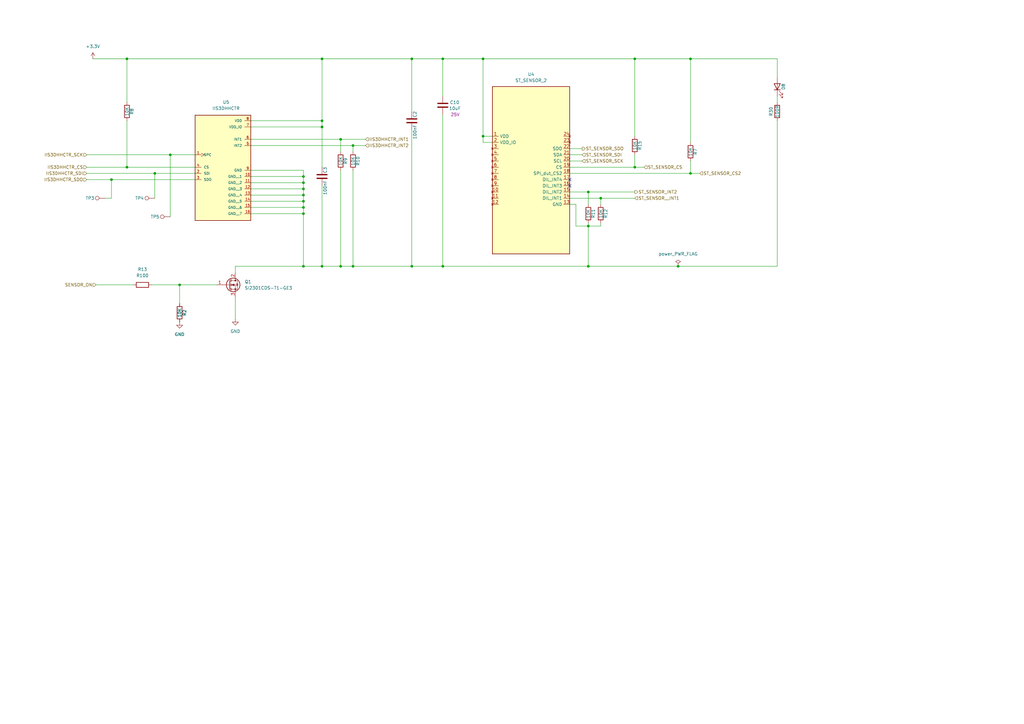
<source format=kicad_sch>
(kicad_sch (version 20231120) (generator "eeschema") (generator_version "8.0")
  (paper "A3")
  (lib_symbols
    (symbol "Connector:TestPoint" (pin_numbers hide) (pin_names (offset 0.762) hide)
      (property "Reference" "TP" (at 0 6.858 0))
      (property "Value" "TestPoint" (at 0 5.08 0))
      (symbol "TestPoint_0_1"
        (circle (center 0 3.302) (radius 0.762))
      )
      (symbol "TestPoint_1_1"
        (pin passive line (at 0 0 90) (length 2.54) (name "1") (number "1"))
      )
    )
    (symbol "Device:C" (pin_numbers hide) (pin_names (offset 0.254))
      (property "Reference" "C" (at 0.635 2.54 0))
      (property "Value" "C" (at 0.635 -2.54 0))
      (symbol "C_0_1"
        (polyline (pts (xy -2.032 -0.762) (xy 2.032 -0.762)) (stroke (width 0.508)))
        (polyline (pts (xy -2.032 0.762) (xy 2.032 0.762)) (stroke (width 0.508)))
      )
      (symbol "C_1_1"
        (pin passive line (at 0 3.81 270) (length 2.794) (name "~") (number "1"))
        (pin passive line (at 0 -3.81 90) (length 2.794) (name "~") (number "2"))
      )
    )
    (symbol "Device:LED" (pin_numbers hide) (pin_names (offset 1.016) hide)
      (property "Reference" "D" (at 0 2.54 0))
      (property "Value" "LED" (at 0 -2.54 0))
      (symbol "LED_0_1"
        (polyline (pts (xy -1.27 -1.27) (xy -1.27 1.27)) (stroke (width 0.254)))
        (polyline (pts (xy -1.27 0) (xy 1.27 0)))
        (polyline (pts (xy 1.27 -1.27) (xy 1.27 1.27) (xy -1.27 0) (xy 1.27 -1.27)) (stroke (width 0.254)))
        (polyline (pts (xy -3.048 -0.762) (xy -4.572 -2.286) (xy -3.81 -2.286) (xy -4.572 -2.286) (xy -4.572 -1.524)))
        (polyline (pts (xy -1.778 -0.762) (xy -3.302 -2.286) (xy -2.54 -2.286) (xy -3.302 -2.286) (xy -3.302 -1.524)))
      )
      (symbol "LED_1_1"
        (pin passive line (at -3.81 0 0) (length 2.54) (name "K") (number "1"))
        (pin passive line (at 3.81 0 180) (length 2.54) (name "A") (number "2"))
      )
    )
    (symbol "Device:R" (pin_numbers hide) (pin_names (offset 0))
      (property "Reference" "R" (at 2.032 0 90))
      (property "Value" "R" (at 0 0 90))
      (symbol "R_0_1"
        (rectangle (start -1.016 -2.54) (end 1.016 2.54) (stroke (width 0.254)))
      )
      (symbol "R_1_1"
        (pin passive line (at 0 3.81 270) (length 1.27) (name "~") (number "1"))
        (pin passive line (at 0 -3.81 90) (length 1.27) (name "~") (number "2"))
      )
    )
    (symbol "dnt:IIS3DHHCTR" (pin_names (offset 1.016))
      (property "Reference" "U" (at -10.16 13.208 0))
      (property "Value" "IIS3DHHCTR" (at -10.16 -33.02 0))
      (symbol "IIS3DHHCTR_0_0"
        (rectangle (start -12.7 12.446) (end 10.16 -30.734) (stroke (width 0.254)) (fill (type background)))
        (pin input clock (at -12.7 -3.81 0) (length 2.54) (name "SPC") (number "1"))
        (pin power_in line (at 10.16 -12.7 180) (length 2.54) (name "GND__1") (number "10"))
        (pin power_in line (at 10.16 -15.24 180) (length 2.54) (name "GND__2") (number "11"))
        (pin power_in line (at 10.16 -17.78 180) (length 2.54) (name "GND__3") (number "12"))
        (pin power_in line (at 10.16 -20.32 180) (length 2.54) (name "GND__4") (number "13"))
        (pin power_in line (at 10.16 -22.86 180) (length 2.54) (name "GND__5") (number "14"))
        (pin power_in line (at 10.16 -25.4 180) (length 2.54) (name "GND__6") (number "15"))
        (pin power_in line (at 10.16 -27.94 180) (length 2.54) (name "GND__7") (number "16"))
        (pin input line (at -12.7 -11.43 0) (length 2.54) (name "SDI") (number "2"))
        (pin output line (at -12.7 -13.97 0) (length 2.54) (name "SDO") (number "3"))
        (pin input line (at -12.7 -8.89 0) (length 2.54) (name "CS") (number "4"))
        (pin output line (at 10.16 0 180) (length 2.54) (name "INT2") (number "5"))
        (pin output line (at 10.16 2.54 180) (length 2.54) (name "INT1") (number "6"))
        (pin power_in line (at 10.16 7.62 180) (length 2.54) (name "VDD_IO") (number "7"))
        (pin power_in line (at 10.16 10.16 180) (length 2.54) (name "VDD") (number "8"))
        (pin power_in line (at 10.16 -10.16 180) (length 2.54) (name "GND") (number "9"))
      )
    )
    (symbol "dnt:SI2301CDS-T1-GE3" (pin_names hide)
      (property "Reference" "Q" (at 5.08 6.35 0))
      (property "Value" "SI2301CDS-T1-GE3" (at 2.54 3.81 0))
      (symbol "SI2301CDS-T1-GE3_0_1"
        (polyline (pts (xy 0.254 0) (xy -2.54 0)))
        (polyline (pts (xy 0.254 1.905) (xy 0.254 -1.905)) (stroke (width 0.254)))
        (polyline (pts (xy 0.762 -1.27) (xy 0.762 -2.286)) (stroke (width 0.254)))
        (polyline (pts (xy 0.762 0.508) (xy 0.762 -0.508)) (stroke (width 0.254)))
        (polyline (pts (xy 0.762 2.286) (xy 0.762 1.27)) (stroke (width 0.254)))
        (polyline (pts (xy 2.54 2.54) (xy 2.54 1.778)))
        (polyline (pts (xy 2.54 -2.54) (xy 2.54 0) (xy 0.762 0)))
        (polyline (pts (xy 0.762 -1.778) (xy 3.302 -1.778) (xy 3.302 1.778) (xy 0.762 1.778)))
        (polyline (pts (xy 1.016 0) (xy 2.032 0.381) (xy 2.032 -0.381) (xy 1.016 0)) (fill (type outline)))
        (polyline (pts (xy 2.794 0.508) (xy 2.921 0.381) (xy 3.683 0.381) (xy 3.81 0.254)))
        (polyline (pts (xy 3.302 0.381) (xy 2.921 -0.254) (xy 3.683 -0.254) (xy 3.302 0.381)))
        (circle (center 1.651 0) (radius 2.794) (stroke (width 0.254)))
        (circle (center 2.54 -1.778) (radius 0.254) (fill (type outline)))
        (circle (center 2.54 1.778) (radius 0.254) (fill (type outline)))
      )
      (symbol "SI2301CDS-T1-GE3_1_1"
        (pin input line (at -5.08 0 0) (length 2.54) (name "G") (number "1"))
        (pin passive line (at 2.54 5.08 270) (length 2.54) (name "D") (number "2"))
        (pin passive line (at 2.54 -5.08 90) (length 2.54) (name "S") (number "3"))
      )
    )
    (symbol "dnt:ST_SENSOR_2"
      (property "Reference" "U4" (at -6.604 11.938 0))
      (property "Value" "ST_SENSOR_2" (at -9.652 9.906 0))
      (symbol "ST_SENSOR_2_1_1"
        (rectangle (start -24.13 7.62) (end 7.62 -60.96) (stroke (width 0.254)) (fill (type background)))
        (pin power_in line (at -24.13 -12.7 0) (length 2.54) (name "VDD") (number "1"))
        (pin no_connect line (at -24.13 -35.56 0) (length 2.54) (name "") (number "10"))
        (pin no_connect line (at -24.13 -38.1 0) (length 2.54) (name "") (number "11"))
        (pin no_connect line (at -24.13 -40.64 0) (length 2.54) (name "") (number "12"))
        (pin power_in line (at 7.62 -40.64 180) (length 2.54) (name "GND") (number "13"))
        (pin output line (at 7.62 -38.1 180) (length 2.54) (name "DIL_INT1") (number "14"))
        (pin output line (at 7.62 -35.56 180) (length 2.54) (name "DIL_INT2") (number "15"))
        (pin output line (at 7.62 -33.02 180) (length 2.54) (name "DIL_INT3") (number "16"))
        (pin output line (at 7.62 -30.48 180) (length 2.54) (name "DIL_INT4") (number "17"))
        (pin input line (at 7.62 -27.94 180) (length 2.54) (name "SPI_dut_CS2") (number "18"))
        (pin input line (at 7.62 -25.4 180) (length 2.54) (name "CS") (number "19"))
        (pin power_in line (at -24.13 -15.24 0) (length 2.54) (name "VDD_IO") (number "2"))
        (pin input line (at 7.62 -22.86 180) (length 2.54) (name "SCL") (number "20"))
        (pin input line (at 7.62 -20.32 180) (length 2.54) (name "SDA") (number "21"))
        (pin output line (at 7.62 -17.78 180) (length 2.54) (name "SDO") (number "22"))
        (pin no_connect line (at 7.62 -15.24 180) (length 2.54) (name "") (number "23"))
        (pin no_connect line (at 7.62 -12.7 180) (length 2.54) (name "") (number "24"))
        (pin no_connect line (at -24.13 -17.78 0) (length 2.54) (name "") (number "3"))
        (pin no_connect line (at -24.13 -20.32 0) (length 2.54) (name "") (number "4"))
        (pin no_connect line (at -24.13 -22.86 0) (length 2.54) (name "") (number "5"))
        (pin no_connect line (at -24.13 -25.4 0) (length 2.54) (name "") (number "6"))
        (pin no_connect line (at -24.13 -27.94 0) (length 2.54) (name "") (number "7"))
        (pin no_connect line (at -24.13 -30.48 0) (length 2.54) (name "") (number "8"))
        (pin no_connect line (at -24.13 -33.02 0) (length 2.54) (name "") (number "9"))
      )
    )
    (symbol "l8-kicad-rescue:GND-power" (power) (pin_names (offset 0))
      (property "Value" "power_GND" (at 0 -3.81 0))
      (symbol "GND-power_0_1"
        (polyline (pts (xy 0 0) (xy 0 -1.27) (xy 1.27 -1.27) (xy 0 -2.54) (xy -1.27 -1.27) (xy 0 -1.27)))
      )
      (symbol "GND-power_1_1"
        (pin power_in line (at 0 0 270) (length 0) hide (name "GND") (number "1"))
      )
    )
    (symbol "l8-kicad-rescue:PWR_FLAG-power" (power) (pin_numbers hide) (pin_names (offset 0) hide)
      (property "Value" "power_PWR_FLAG" (at 0 3.81 0))
      (symbol "PWR_FLAG-power_0_0"
        (pin power_out line (at 0 0 90) (length 0) (name "pwr") (number "1"))
      )
      (symbol "PWR_FLAG-power_0_1"
        (polyline (pts (xy 0 0) (xy 0 1.27) (xy -1.016 1.905) (xy 0 2.54) (xy 1.016 1.905) (xy 0 1.27)))
      )
    )
    (symbol "power:+3.3V" (power) (pin_numbers hide) (pin_names (offset 0) hide)
      (property "Value" "+3.3V" (at 0 3.556 0))
      (symbol "+3.3V_0_1"
        (polyline (pts (xy -0.762 1.27) (xy 0 2.54)))
        (polyline (pts (xy 0 0) (xy 0 2.54)))
        (polyline (pts (xy 0 2.54) (xy 0.762 1.27)))
      )
      (symbol "+3.3V_1_1"
        (pin power_in line (at 0 0 90) (length 0) (name "~") (number "1"))
      )
    )
  )
  (junction (at 124.46 82.55))
  (junction (at 260.35 68.58))
  (junction (at 124.46 85.09))
  (junction (at 241.3 78.74))
  (junction (at 69.85 63.5))
  (junction (at 132.08 49.53))
  (junction (at 63.5 71.12))
  (junction (at 144.78 59.69))
  (junction (at 283.21 24.13))
  (junction (at 52.07 24.13))
  (junction (at 132.08 109.22))
  (junction (at 139.7 109.22))
  (junction (at 124.46 74.93))
  (junction (at 52.07 68.58))
  (junction (at 283.21 71.12))
  (junction (at 260.35 24.13))
  (junction (at 241.3 92.71))
  (junction (at 124.46 77.47))
  (junction (at 181.61 24.13))
  (junction (at 132.08 52.07))
  (junction (at 132.08 24.13))
  (junction (at 198.12 55.88))
  (junction (at 73.66 116.84))
  (junction (at 124.46 72.39))
  (junction (at 181.61 109.22))
  (junction (at 246.38 81.28))
  (junction (at 144.78 109.22))
  (junction (at 198.12 24.13))
  (junction (at 124.46 80.01))
  (junction (at 168.91 24.13))
  (junction (at 278.13 109.22))
  (junction (at 45.72 73.66))
  (junction (at 124.46 109.22))
  (junction (at 168.91 109.22))
  (junction (at 139.7 57.15))
  (junction (at 124.46 87.63))
  (junction (at 241.3 109.22))
  (no_connect (at 233.68 76.2))
  (no_connect (at 233.68 73.66))
  (wire (pts (xy 88.9 116.84) (xy 73.66 116.84)))
  (wire (pts (xy 260.35 24.13) (xy 283.21 24.13)))
  (wire (pts (xy 102.87 57.15) (xy 139.7 57.15)))
  (wire (pts (xy 132.08 52.07) (xy 132.08 68.58)))
  (wire (pts (xy 198.12 55.88) (xy 201.93 55.88)))
  (wire (pts (xy 52.07 24.13) (xy 132.08 24.13)))
  (wire (pts (xy 102.87 82.55) (xy 124.46 82.55)))
  (wire (pts (xy 318.77 31.75) (xy 318.77 24.13)))
  (wire (pts (xy 124.46 82.55) (xy 124.46 85.09)))
  (wire (pts (xy 124.46 69.85) (xy 124.46 72.39)))
  (wire (pts (xy 35.56 71.12) (xy 63.5 71.12)))
  (wire (pts (xy 39.37 116.84) (xy 54.61 116.84)))
  (wire (pts (xy 124.46 80.01) (xy 124.46 82.55)))
  (wire (pts (xy 168.91 24.13) (xy 168.91 45.72)))
  (wire (pts (xy 124.46 72.39) (xy 124.46 74.93)))
  (wire (pts (xy 124.46 109.22) (xy 132.08 109.22)))
  (wire (pts (xy 181.61 109.22) (xy 241.3 109.22)))
  (wire (pts (xy 102.87 49.53) (xy 132.08 49.53)))
  (wire (pts (xy 102.87 77.47) (xy 124.46 77.47)))
  (wire (pts (xy 132.08 49.53) (xy 132.08 52.07)))
  (wire (pts (xy 124.46 74.93) (xy 124.46 77.47)))
  (wire (pts (xy 246.38 91.44) (xy 246.38 92.71)))
  (wire (pts (xy 45.72 81.28) (xy 45.72 73.66)))
  (wire (pts (xy 241.3 78.74) (xy 241.3 83.82)))
  (wire (pts (xy 45.72 73.66) (xy 80.01 73.66)))
  (wire (pts (xy 283.21 24.13) (xy 318.77 24.13)))
  (wire (pts (xy 124.46 87.63) (xy 124.46 109.22)))
  (wire (pts (xy 198.12 24.13) (xy 181.61 24.13)))
  (wire (pts (xy 38.1 24.13) (xy 52.07 24.13)))
  (wire (pts (xy 283.21 58.42) (xy 283.21 24.13)))
  (wire (pts (xy 144.78 59.69) (xy 149.86 59.69)))
  (wire (pts (xy 102.87 69.85) (xy 124.46 69.85)))
  (wire (pts (xy 144.78 109.22) (xy 139.7 109.22)))
  (wire (pts (xy 139.7 57.15) (xy 139.7 62.23)))
  (wire (pts (xy 318.77 41.91) (xy 318.77 39.37)))
  (wire (pts (xy 96.52 109.22) (xy 124.46 109.22)))
  (wire (pts (xy 43.18 81.28) (xy 45.72 81.28)))
  (wire (pts (xy 168.91 109.22) (xy 181.61 109.22)))
  (wire (pts (xy 144.78 59.69) (xy 144.78 62.23)))
  (wire (pts (xy 236.22 83.82) (xy 236.22 92.71)))
  (wire (pts (xy 62.23 116.84) (xy 73.66 116.84)))
  (wire (pts (xy 246.38 81.28) (xy 246.38 83.82)))
  (wire (pts (xy 198.12 58.42) (xy 201.93 58.42)))
  (wire (pts (xy 181.61 24.13) (xy 181.61 39.37)))
  (wire (pts (xy 233.68 63.5) (xy 238.76 63.5)))
  (wire (pts (xy 198.12 24.13) (xy 260.35 24.13)))
  (wire (pts (xy 132.08 24.13) (xy 132.08 49.53)))
  (wire (pts (xy 73.66 116.84) (xy 73.66 124.46)))
  (wire (pts (xy 278.13 109.22) (xy 241.3 109.22)))
  (wire (pts (xy 52.07 49.53) (xy 52.07 68.58)))
  (wire (pts (xy 198.12 55.88) (xy 198.12 58.42)))
  (wire (pts (xy 102.87 85.09) (xy 124.46 85.09)))
  (wire (pts (xy 139.7 69.85) (xy 139.7 109.22)))
  (wire (pts (xy 233.68 78.74) (xy 241.3 78.74)))
  (wire (pts (xy 168.91 24.13) (xy 181.61 24.13)))
  (wire (pts (xy 283.21 71.12) (xy 287.02 71.12)))
  (wire (pts (xy 102.87 52.07) (xy 132.08 52.07)))
  (wire (pts (xy 283.21 66.04) (xy 283.21 71.12)))
  (wire (pts (xy 233.68 68.58) (xy 260.35 68.58)))
  (wire (pts (xy 69.85 63.5) (xy 80.01 63.5)))
  (wire (pts (xy 96.52 121.92) (xy 96.52 130.81)))
  (wire (pts (xy 168.91 24.13) (xy 132.08 24.13)))
  (wire (pts (xy 233.68 71.12) (xy 283.21 71.12)))
  (wire (pts (xy 52.07 68.58) (xy 80.01 68.58)))
  (wire (pts (xy 102.87 72.39) (xy 124.46 72.39)))
  (wire (pts (xy 241.3 78.74) (xy 260.35 78.74)))
  (wire (pts (xy 168.91 109.22) (xy 144.78 109.22)))
  (wire (pts (xy 35.56 68.58) (xy 52.07 68.58)))
  (wire (pts (xy 260.35 63.5) (xy 260.35 68.58)))
  (wire (pts (xy 35.56 73.66) (xy 45.72 73.66)))
  (wire (pts (xy 236.22 92.71) (xy 241.3 92.71)))
  (wire (pts (xy 318.77 109.22) (xy 278.13 109.22)))
  (wire (pts (xy 233.68 83.82) (xy 236.22 83.82)))
  (wire (pts (xy 69.85 63.5) (xy 69.85 88.9)))
  (wire (pts (xy 63.5 71.12) (xy 80.01 71.12)))
  (wire (pts (xy 132.08 76.2) (xy 132.08 109.22)))
  (wire (pts (xy 139.7 57.15) (xy 149.86 57.15)))
  (wire (pts (xy 132.08 109.22) (xy 139.7 109.22)))
  (wire (pts (xy 124.46 77.47) (xy 124.46 80.01)))
  (wire (pts (xy 168.91 53.34) (xy 168.91 109.22)))
  (wire (pts (xy 102.87 74.93) (xy 124.46 74.93)))
  (wire (pts (xy 52.07 24.13) (xy 52.07 41.91)))
  (wire (pts (xy 102.87 80.01) (xy 124.46 80.01)))
  (wire (pts (xy 102.87 87.63) (xy 124.46 87.63)))
  (wire (pts (xy 318.77 49.53) (xy 318.77 109.22)))
  (wire (pts (xy 260.35 68.58) (xy 264.16 68.58)))
  (wire (pts (xy 35.56 63.5) (xy 69.85 63.5)))
  (wire (pts (xy 63.5 71.12) (xy 63.5 81.28)))
  (wire (pts (xy 96.52 111.76) (xy 96.52 109.22)))
  (wire (pts (xy 233.68 81.28) (xy 246.38 81.28)))
  (wire (pts (xy 198.12 24.13) (xy 198.12 55.88)))
  (wire (pts (xy 144.78 69.85) (xy 144.78 109.22)))
  (wire (pts (xy 246.38 81.28) (xy 260.35 81.28)))
  (wire (pts (xy 124.46 85.09) (xy 124.46 87.63)))
  (wire (pts (xy 241.3 91.44) (xy 241.3 92.71)))
  (wire (pts (xy 241.3 92.71) (xy 241.3 109.22)))
  (wire (pts (xy 233.68 66.04) (xy 238.76 66.04)))
  (wire (pts (xy 233.68 60.96) (xy 238.76 60.96)))
  (wire (pts (xy 241.3 92.71) (xy 246.38 92.71)))
  (wire (pts (xy 181.61 46.99) (xy 181.61 109.22)))
  (wire (pts (xy 102.87 59.69) (xy 144.78 59.69)))
  (wire (pts (xy 260.35 55.88) (xy 260.35 24.13)))
  (hierarchical_label "IIS3DHHCTR_SDO" (shape input) (at 35.56 73.66 180))
  (hierarchical_label "IIS3DHHCTR_INT1" (shape input) (at 149.86 57.15 0))
  (hierarchical_label "ST_SENSOR_CS" (shape input) (at 264.16 68.58 0))
  (hierarchical_label "IIS3DHHCTR_SCK" (shape input) (at 35.56 63.5 180))
  (hierarchical_label "ST_SENSOR_CS2" (shape input) (at 287.02 71.12 0))
  (hierarchical_label "IIS3DHHCTR_INT2" (shape input) (at 149.86 59.69 0))
  (hierarchical_label "ST_SENSOR_INT2" (shape output) (at 260.35 78.74 0))
  (hierarchical_label "ST_SENSOR_SDI" (shape input) (at 238.76 63.5 0))
  (hierarchical_label "ST_SENSOR__INT1" (shape input) (at 260.35 81.28 0))
  (hierarchical_label "SENSOR_ON" (shape input) (at 39.37 116.84 180))
  (hierarchical_label "IIS3DHHCTR_SDI" (shape input) (at 35.56 71.12 180))
  (hierarchical_label "ST_SENSOR_SDO" (shape output) (at 238.76 60.96 0))
  (hierarchical_label "IIS3DHHCTR_CS" (shape input) (at 35.56 68.58 180))
  (hierarchical_label "ST_SENSOR_SCK" (shape input) (at 238.76 66.04 0))
  (symbol (lib_id "Device:R") (at 144.78 66.04 0) (mirror x) (unit 1)
    (property "Reference" "R10" (at 146.812 66.04 90))
    (property "Value" "10K" (at 144.78 66.04 90))
    (property "Footprint" "Resistor_SMD:R_0603_1608Metric" (effects (hide yes)))
    (property "Description" "Resistor" (effects (hide yes)))
    (property "Part #" "RMCF0603JT10K0" (effects (hide yes)))
    (property "VEND" "DIGI" (effects (hide yes)))
    (property "VEND#" "RMCF0603JT10K0CT-ND" (effects (hide yes)))
    (property "Manufacturer" "StackPole" (effects (hide yes)))
    (property "LCSC" "C25804" (effects (hide yes)))
  )
  (symbol (lib_id "Device:R") (at 58.42 116.84 90) (unit 1)
    (property "Reference" "R13" (at 58.42 110.49 90))
    (property "Value" "R100" (at 58.42 113.03 90))
    (property "Footprint" "Resistor_SMD:R_0603_1608Metric" (effects (hide yes)))
    (property "Description" "Resistor" (effects (hide yes)))
  )
  (symbol (lib_id "l8-kicad-rescue:PWR_FLAG-power") (at 278.13 109.22 0) (unit 1)
    (property "Reference" "#FLG03" (effects (hide yes)))
    (property "Value" "power_PWR_FLAG" (at 278.13 104.14 0))
  )
  (symbol (lib_id "Device:R") (at 139.7 66.04 0) (mirror x) (unit 1)
    (property "Reference" "R9" (at 141.732 66.04 90))
    (property "Value" "10K" (at 139.7 66.04 90))
    (property "Footprint" "Resistor_SMD:R_0603_1608Metric" (effects (hide yes)))
    (property "Description" "Resistor" (effects (hide yes)))
    (property "Part #" "RMCF0603JT10K0" (effects (hide yes)))
    (property "VEND" "DIGI" (effects (hide yes)))
    (property "VEND#" "RMCF0603JT10K0CT-ND" (effects (hide yes)))
    (property "Manufacturer" "StackPole" (effects (hide yes)))
    (property "LCSC" "C25804" (effects (hide yes)))
  )
  (symbol (lib_id "Device:R") (at 52.07 45.72 0) (mirror x) (unit 1)
    (property "Reference" "R8" (at 54.102 45.72 90))
    (property "Value" "10K" (at 52.07 45.72 90))
    (property "Footprint" "Resistor_SMD:R_0603_1608Metric" (effects (hide yes)))
    (property "Description" "Resistor" (effects (hide yes)))
    (property "LCSC" "C25804" (effects (hide yes)))
  )
  (symbol (lib_id "Device:R") (at 73.66 128.27 0) (mirror x) (unit 1)
    (property "Reference" "R2" (at 75.692 128.27 90))
    (property "Value" "10K" (at 73.66 128.27 90))
    (property "Footprint" "Resistor_SMD:R_0603_1608Metric" (effects (hide yes)))
    (property "Description" "Resistor" (effects (hide yes)))
    (property "Part #" "RMCF0603JT10K0" (effects (hide yes)))
    (property "VEND" "DIGI" (effects (hide yes)))
    (property "VEND#" "RMCF0603JT10K0CT-ND" (effects (hide yes)))
    (property "Manufacturer" "StackPole" (effects (hide yes)))
    (property "LCSC" "C25804" (effects (hide yes)))
  )
  (symbol (lib_id "Device:R") (at 246.38 87.63 0) (mirror x) (unit 1)
    (property "Reference" "R12" (at 248.412 87.63 90))
    (property "Value" "10K" (at 246.38 87.63 90))
    (property "Footprint" "Resistor_SMD:R_0603_1608Metric" (effects (hide yes)))
    (property "Description" "Resistor" (effects (hide yes)))
    (property "LCSC" "C25804" (effects (hide yes)))
  )
  (symbol (lib_id "Device:C") (at 132.08 72.39 0) (unit 1)
    (property "Reference" "C3" (at 133.35 71.12 90) (effects (justify left)))
    (property "Value" "100nF" (at 133.35 80.01 90) (effects (justify left)))
    (property "Footprint" "Capacitor_SMD:C_01005_0402Metric" (effects (hide yes)))
    (property "Description" "Unpolarized capacitor X7R" (effects (hide yes)))
    (property "LCSC" "C1525" (effects (hide yes)))
    (property "Manufacturer" "Samsung" (effects (hide yes)))
    (property "Voltage" "16V" (effects (hide yes)))
  )
  (symbol (lib_id "dnt:ST_SENSOR_2") (at 226.06 43.18 0) (unit 1)
    (property "Reference" "U4" (at 217.805 30.48 0))
    (property "Value" "ST_SENSOR_2" (at 217.805 33.02 0))
    (property "Footprint" "Package_DIP:DIP-24_W15.24mm_Socket" (effects (hide yes)))
    (property "Description" "Socket for STEVAL boards" (effects (hide yes)))
  )
  (symbol (lib_id "Device:C") (at 181.61 43.18 0) (unit 1)
    (property "Reference" "C10" (at 184.531 42.0116 0) (effects (justify left)))
    (property "Value" "10uF" (at 184.15 44.45 0) (effects (justify left)))
    (property "Footprint" "Capacitor_SMD:C_0805_2012Metric" (effects (hide yes)))
    (property "Description" "X5R" (effects (hide yes)))
    (property "LCSC" "C96446" (effects (hide yes)))
    (property "Voltage" "25V" (at 186.69 46.99 0))
  )
  (symbol (lib_id "l8-kicad-rescue:GND-power") (at 73.66 132.08 0) (unit 1)
    (property "Reference" "#PWR024" (effects (hide yes)))
    (property "Value" "GND" (at 73.66 137.16 0))
    (property "Description" "Power symbol creates a global label with name \"GND\" , ground" (effects (hide yes)))
  )
  (symbol (lib_id "Device:R") (at 241.3 87.63 0) (mirror x) (unit 1)
    (property "Reference" "R11" (at 243.332 87.63 90))
    (property "Value" "10K" (at 241.3 87.63 90))
    (property "Footprint" "Resistor_SMD:R_0603_1608Metric" (effects (hide yes)))
    (property "Description" "Resistor" (effects (hide yes)))
    (property "LCSC" "C25804" (effects (hide yes)))
  )
  (symbol (lib_id "Device:R") (at 318.77 45.72 180) (unit 1)
    (property "Reference" "R30" (at 316.23 45.72 90))
    (property "Value" "100R" (at 318.77 45.72 90))
    (property "Footprint" "Resistor_SMD:R_0603_1608Metric" (effects (hide yes)))
    (property "Description" "Resistor" (effects (hide yes)))
    (property "LCSC" "C22775" (effects (hide yes)))
  )
  (symbol (lib_id "dnt:SI2301CDS-T1-GE3") (at 93.98 116.84 0) (unit 1)
    (property "Reference" "Q1" (at 100.33 115.5699 0) (effects (justify left)))
    (property "Value" "SI2301CDS-T1-GE3" (at 100.33 118.1099 0) (effects (justify left)))
    (property "Footprint" "Package_TO_SOT_SMD:SOT-23" (effects (hide yes)))
    (property "Datasheet" "https://wmsc.lcsc.com/wmsc/upload/file/pdf/v2/lcsc/1808272021_Vishay-Intertech-SI2301CDS-T1-GE3_C10487.pdf" (effects (hide yes)))
    (property "Description" "Generic N-Channel Power MOSFET" (effects (hide yes)))
    (property "LCSC" " C20917" (effects (hide yes)))
  )
  (symbol (lib_id "Device:R") (at 283.21 62.23 0) (mirror x) (unit 1)
    (property "Reference" "R7" (at 285.242 62.23 90))
    (property "Value" "10K" (at 283.21 62.23 90))
    (property "Footprint" "Resistor_SMD:R_0603_1608Metric" (effects (hide yes)))
    (property "Description" "Resistor" (effects (hide yes)))
    (property "LCSC" "C25804" (effects (hide yes)))
  )
  (symbol (lib_id "power:+3.3V") (at 38.1 24.13 0) (unit 1)
    (property "Reference" "#PWR09" (effects (hide yes)))
    (property "Value" "+3.3V" (at 38.1 19.05 0))
    (property "Description" "Power symbol creates a global label with name \"+3.3V\"" (effects (hide yes)))
  )
  (symbol (lib_id "l8-kicad-rescue:GND-power") (at 96.52 130.81 0) (unit 1)
    (property "Reference" "#PWR013" (effects (hide yes)))
    (property "Value" "GND" (at 96.52 135.89 0))
    (property "Description" "Power symbol creates a global label with name \"GND\" , ground" (effects (hide yes)))
  )
  (symbol (lib_id "Device:R") (at 260.35 59.69 0) (mirror x) (unit 1)
    (property "Reference" "R15" (at 262.382 59.69 90))
    (property "Value" "10K" (at 260.35 59.69 90))
    (property "Footprint" "Resistor_SMD:R_0603_1608Metric" (effects (hide yes)))
    (property "Description" "Resistor" (effects (hide yes)))
    (property "LCSC" "C25804" (effects (hide yes)))
  )
  (symbol (lib_id "Connector:TestPoint") (at 43.18 81.28 90) (unit 1)
    (property "Reference" "TP3" (at 38.735 81.28 90) (effects (justify left)))
    (property "Value" "IIS3DHHCTR_SDI" (effects (hide yes)))
    (property "Footprint" "TestPoint:TestPoint_Pad_D1.0mm" (effects (hide yes)))
    (property "Description" "IIS3DHHCTR_SDI" (effects (hide yes)))
    (property "Part #" "DNP" (effects (hide yes)))
    (property "VEND" "DNP" (effects (hide yes)))
    (property "VEND#" "DNP" (effects (hide yes)))
    (property "Manufacturer" "DNP" (effects (hide yes)))
  )
  (symbol (lib_id "Device:C") (at 168.91 49.53 0) (unit 1)
    (property "Reference" "C2" (at 170.18 48.26 90) (effects (justify left)))
    (property "Value" "100nF" (at 170.18 57.15 90) (effects (justify left)))
    (property "Footprint" "Capacitor_SMD:C_01005_0402Metric" (effects (hide yes)))
    (property "Description" "Unpolarized capacitor X7R" (effects (hide yes)))
    (property "LCSC" "C1525" (effects (hide yes)))
    (property "Manufacturer" "Samsung" (effects (hide yes)))
    (property "Voltage" "16V" (effects (hide yes)))
  )
  (symbol (lib_id "Device:LED") (at 318.77 35.56 90) (unit 1)
    (property "Reference" "D8" (at 321.31 35.56 0))
    (property "Value" "LED-YELLOW" (effects (hide yes)))
    (property "Footprint" "LED_SMD:LED_0603_1608Metric" (effects (hide yes)))
    (property "Datasheet" "https://wmsc.lcsc.com/wmsc/upload/file/pdf/v2/lcsc/1810101813_Everlight-Elec-19-213-Y2C-CQ2R2L-3T-CY_C72038.pdf" (effects (hide yes)))
    (property "Description" "Light emitting diode" (effects (hide yes)))
    (property "LCSC" "C72038" (effects (hide yes)))
    (property "Silkscreen" "SENSOR PWR" (effects (hide yes)))
  )
  (symbol (lib_id "dnt:IIS3DHHCTR") (at 92.71 59.69 0) (unit 1)
    (property "Reference" "U5" (at 92.71 41.91 0))
    (property "Value" "IIS3DHHCTR" (at 92.71 44.45 0))
    (property "Footprint" "dnt:CCLGA-16L_5X5X1P7_STM" (effects (hide yes)))
    (property "PARTREV" "2" (effects (hide yes)))
    (property "MANUFACTURER" "STMicroelectronics" (effects (hide yes)))
    (property "MAXIMUM_PACKAGE_HEIGHT" "1.85mm" (effects (hide yes)))
    (property "STANDARD" "Manufacturer Recommendations" (effects (hide yes)))
  )
  (symbol (lib_id "Connector:TestPoint") (at 69.85 88.9 90) (unit 1)
    (property "Reference" "TP5" (at 65.405 88.9 90) (effects (justify left)))
    (property "Value" "IIS3DHHCTR_SCK" (effects (hide yes)))
    (property "Footprint" "TestPoint:TestPoint_Pad_D1.0mm" (effects (hide yes)))
    (property "Description" "IIS3DHHCTR_SCK" (effects (hide yes)))
    (property "Part #" "DNP" (effects (hide yes)))
    (property "VEND" "DNP" (effects (hide yes)))
    (property "VEND#" "DNP" (effects (hide yes)))
    (property "Manufacturer" "DNP" (effects (hide yes)))
  )
  (symbol (lib_id "Connector:TestPoint") (at 63.5 81.28 90) (unit 1)
    (property "Reference" "TP4" (at 59.055 81.28 90) (effects (justify left)))
    (property "Value" "IIS3DHHCTR_SDI" (effects (hide yes)))
    (property "Footprint" "TestPoint:TestPoint_Pad_D1.0mm" (effects (hide yes)))
    (property "Description" "IIS3DHHCTR_SDI" (effects (hide yes)))
    (property "Part #" "DNP" (effects (hide yes)))
    (property "VEND" "DNP" (effects (hide yes)))
    (property "VEND#" "DNP" (effects (hide yes)))
    (property "Manufacturer" "DNP" (effects (hide yes)))
  )
)
</source>
